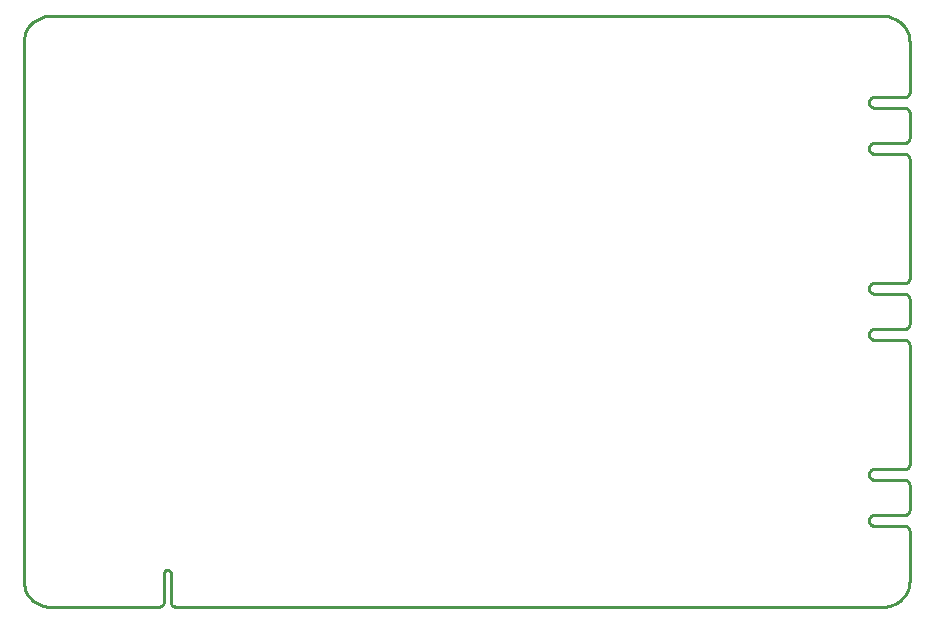
<source format=gko>
G04 EAGLE Gerber RS-274X export*
G75*
%MOMM*%
%FSLAX34Y34*%
%LPD*%
%INBoard Outline*%
%IPPOS*%
%AMOC8*
5,1,8,0,0,1.08239X$1,22.5*%
G01*
%ADD10C,0.254000*%


D10*
X0Y22000D02*
X84Y20083D01*
X334Y18180D01*
X750Y16306D01*
X1327Y14476D01*
X2061Y12702D01*
X2947Y11000D01*
X3979Y9381D01*
X5147Y7859D01*
X6444Y6444D01*
X7859Y5147D01*
X9381Y3979D01*
X11000Y2947D01*
X12702Y2061D01*
X14476Y1327D01*
X16306Y750D01*
X18180Y334D01*
X20083Y84D01*
X22000Y0D01*
X114500Y0D01*
X114849Y15D01*
X115195Y61D01*
X115535Y136D01*
X115868Y241D01*
X116191Y375D01*
X116500Y536D01*
X116794Y723D01*
X117071Y936D01*
X117328Y1172D01*
X117564Y1429D01*
X117777Y1706D01*
X117964Y2000D01*
X118125Y2310D01*
X118259Y2632D01*
X118364Y2965D01*
X118439Y3305D01*
X118485Y3651D01*
X118500Y4000D01*
X118500Y28000D01*
X118511Y28261D01*
X118546Y28521D01*
X118602Y28776D01*
X118681Y29026D01*
X118781Y29268D01*
X118902Y29500D01*
X119043Y29721D01*
X119202Y29928D01*
X119379Y30121D01*
X119572Y30298D01*
X119779Y30457D01*
X120000Y30598D01*
X120232Y30719D01*
X120474Y30819D01*
X120724Y30898D01*
X120979Y30954D01*
X121239Y30989D01*
X121500Y31000D01*
X121761Y30989D01*
X122021Y30954D01*
X122276Y30898D01*
X122526Y30819D01*
X122768Y30719D01*
X123000Y30598D01*
X123221Y30457D01*
X123428Y30298D01*
X123621Y30121D01*
X123798Y29928D01*
X123957Y29721D01*
X124098Y29500D01*
X124219Y29268D01*
X124319Y29026D01*
X124398Y28776D01*
X124454Y28521D01*
X124489Y28261D01*
X124500Y28000D01*
X124500Y4000D01*
X124515Y3651D01*
X124561Y3305D01*
X124636Y2965D01*
X124741Y2632D01*
X124875Y2310D01*
X125036Y2000D01*
X125223Y1706D01*
X125436Y1429D01*
X125672Y1172D01*
X125929Y936D01*
X126206Y723D01*
X126500Y536D01*
X126810Y375D01*
X127132Y241D01*
X127465Y136D01*
X127805Y61D01*
X128151Y15D01*
X128500Y0D01*
X728000Y0D01*
X729917Y84D01*
X731820Y334D01*
X733694Y750D01*
X735524Y1327D01*
X737298Y2061D01*
X739000Y2947D01*
X740619Y3979D01*
X742141Y5147D01*
X743556Y6444D01*
X744853Y7859D01*
X746021Y9381D01*
X747053Y11000D01*
X747939Y12702D01*
X748673Y14476D01*
X749250Y16306D01*
X749666Y18180D01*
X749916Y20083D01*
X750000Y22000D01*
X750000Y64000D01*
X749983Y64392D01*
X749932Y64781D01*
X749847Y65165D01*
X749729Y65539D01*
X749578Y65902D01*
X749397Y66250D01*
X749186Y66581D01*
X748947Y66893D01*
X748682Y67182D01*
X748393Y67447D01*
X748081Y67686D01*
X747750Y67897D01*
X747402Y68078D01*
X747039Y68229D01*
X746665Y68347D01*
X746281Y68432D01*
X745892Y68483D01*
X745500Y68500D01*
X720000Y68500D01*
X719608Y68517D01*
X719219Y68568D01*
X718835Y68653D01*
X718461Y68771D01*
X718098Y68922D01*
X717750Y69103D01*
X717419Y69314D01*
X717107Y69553D01*
X716818Y69818D01*
X716553Y70107D01*
X716314Y70419D01*
X716103Y70750D01*
X715922Y71098D01*
X715771Y71461D01*
X715653Y71835D01*
X715568Y72219D01*
X715517Y72608D01*
X715500Y73000D01*
X715517Y73392D01*
X715568Y73781D01*
X715653Y74165D01*
X715771Y74539D01*
X715922Y74902D01*
X716103Y75250D01*
X716314Y75581D01*
X716553Y75893D01*
X716818Y76182D01*
X717107Y76447D01*
X717419Y76686D01*
X717750Y76897D01*
X718098Y77078D01*
X718461Y77229D01*
X718835Y77347D01*
X719219Y77432D01*
X719608Y77483D01*
X720000Y77500D01*
X745500Y77500D01*
X745892Y77517D01*
X746281Y77568D01*
X746665Y77653D01*
X747039Y77771D01*
X747402Y77922D01*
X747750Y78103D01*
X748081Y78314D01*
X748393Y78553D01*
X748682Y78818D01*
X748947Y79107D01*
X749186Y79419D01*
X749397Y79750D01*
X749578Y80098D01*
X749729Y80461D01*
X749847Y80835D01*
X749932Y81219D01*
X749983Y81608D01*
X750000Y82000D01*
X750000Y103000D01*
X749983Y103392D01*
X749932Y103781D01*
X749847Y104165D01*
X749729Y104539D01*
X749578Y104902D01*
X749397Y105250D01*
X749186Y105581D01*
X748947Y105893D01*
X748682Y106182D01*
X748393Y106447D01*
X748081Y106686D01*
X747750Y106897D01*
X747402Y107078D01*
X747039Y107229D01*
X746665Y107347D01*
X746281Y107432D01*
X745892Y107483D01*
X745500Y107500D01*
X720000Y107500D01*
X719608Y107517D01*
X719219Y107568D01*
X718835Y107653D01*
X718461Y107771D01*
X718098Y107922D01*
X717750Y108103D01*
X717419Y108314D01*
X717107Y108553D01*
X716818Y108818D01*
X716553Y109107D01*
X716314Y109419D01*
X716103Y109750D01*
X715922Y110098D01*
X715771Y110461D01*
X715653Y110835D01*
X715568Y111219D01*
X715517Y111608D01*
X715500Y112000D01*
X715517Y112392D01*
X715568Y112781D01*
X715653Y113165D01*
X715771Y113539D01*
X715922Y113902D01*
X716103Y114250D01*
X716314Y114581D01*
X716553Y114893D01*
X716818Y115182D01*
X717107Y115447D01*
X717419Y115686D01*
X717750Y115897D01*
X718098Y116078D01*
X718461Y116229D01*
X718835Y116347D01*
X719219Y116432D01*
X719608Y116483D01*
X720000Y116500D01*
X745500Y116500D01*
X745851Y116472D01*
X746202Y116474D01*
X746552Y116507D01*
X746898Y116570D01*
X747237Y116663D01*
X747567Y116786D01*
X747885Y116937D01*
X748188Y117114D01*
X748475Y117318D01*
X748743Y117546D01*
X748990Y117796D01*
X749214Y118067D01*
X749414Y118356D01*
X749588Y118662D01*
X749734Y118982D01*
X749852Y119313D01*
X749941Y119653D01*
X750000Y120000D01*
X750000Y221500D01*
X749983Y221892D01*
X749932Y222281D01*
X749847Y222665D01*
X749729Y223039D01*
X749578Y223402D01*
X749397Y223750D01*
X749186Y224081D01*
X748947Y224393D01*
X748682Y224682D01*
X748393Y224947D01*
X748081Y225186D01*
X747750Y225397D01*
X747402Y225578D01*
X747039Y225729D01*
X746665Y225847D01*
X746281Y225932D01*
X745892Y225983D01*
X745500Y226000D01*
X720000Y226000D01*
X719608Y226017D01*
X719219Y226068D01*
X718835Y226153D01*
X718461Y226271D01*
X718098Y226422D01*
X717750Y226603D01*
X717419Y226814D01*
X717107Y227053D01*
X716818Y227318D01*
X716553Y227607D01*
X716314Y227919D01*
X716103Y228250D01*
X715922Y228598D01*
X715771Y228961D01*
X715653Y229335D01*
X715568Y229719D01*
X715517Y230108D01*
X715500Y230500D01*
X715517Y230892D01*
X715568Y231281D01*
X715653Y231665D01*
X715771Y232039D01*
X715922Y232402D01*
X716103Y232750D01*
X716314Y233081D01*
X716553Y233393D01*
X716818Y233682D01*
X717107Y233947D01*
X717419Y234186D01*
X717750Y234397D01*
X718098Y234578D01*
X718461Y234729D01*
X718835Y234847D01*
X719219Y234932D01*
X719608Y234983D01*
X720000Y235000D01*
X745500Y235000D01*
X745892Y235017D01*
X746281Y235068D01*
X746665Y235153D01*
X747039Y235271D01*
X747402Y235422D01*
X747750Y235603D01*
X748081Y235814D01*
X748393Y236053D01*
X748682Y236318D01*
X748947Y236607D01*
X749186Y236919D01*
X749397Y237250D01*
X749578Y237598D01*
X749729Y237961D01*
X749847Y238335D01*
X749932Y238719D01*
X749983Y239108D01*
X750000Y239500D01*
X750000Y260500D01*
X749983Y260892D01*
X749932Y261281D01*
X749847Y261665D01*
X749729Y262039D01*
X749578Y262402D01*
X749397Y262750D01*
X749186Y263081D01*
X748947Y263393D01*
X748682Y263682D01*
X748393Y263947D01*
X748081Y264186D01*
X747750Y264397D01*
X747402Y264578D01*
X747039Y264729D01*
X746665Y264847D01*
X746281Y264932D01*
X745892Y264983D01*
X745500Y265000D01*
X720000Y265000D01*
X719608Y265017D01*
X719219Y265068D01*
X718835Y265153D01*
X718461Y265271D01*
X718098Y265422D01*
X717750Y265603D01*
X717419Y265814D01*
X717107Y266053D01*
X716818Y266318D01*
X716553Y266607D01*
X716314Y266919D01*
X716103Y267250D01*
X715922Y267598D01*
X715771Y267961D01*
X715653Y268335D01*
X715568Y268719D01*
X715517Y269108D01*
X715500Y269500D01*
X715517Y269892D01*
X715568Y270281D01*
X715653Y270665D01*
X715771Y271039D01*
X715922Y271402D01*
X716103Y271750D01*
X716314Y272081D01*
X716553Y272393D01*
X716818Y272682D01*
X717107Y272947D01*
X717419Y273186D01*
X717750Y273397D01*
X718098Y273578D01*
X718461Y273729D01*
X718835Y273847D01*
X719219Y273932D01*
X719608Y273983D01*
X720000Y274000D01*
X745500Y274000D01*
X745851Y273972D01*
X746202Y273974D01*
X746552Y274007D01*
X746898Y274070D01*
X747237Y274163D01*
X747567Y274286D01*
X747885Y274437D01*
X748188Y274614D01*
X748475Y274818D01*
X748743Y275046D01*
X748990Y275296D01*
X749214Y275567D01*
X749414Y275856D01*
X749588Y276162D01*
X749734Y276482D01*
X749852Y276813D01*
X749941Y277153D01*
X750000Y277500D01*
X750000Y379000D01*
X749983Y379392D01*
X749932Y379781D01*
X749847Y380165D01*
X749729Y380539D01*
X749578Y380902D01*
X749397Y381250D01*
X749186Y381581D01*
X748947Y381893D01*
X748682Y382182D01*
X748393Y382447D01*
X748081Y382686D01*
X747750Y382897D01*
X747402Y383078D01*
X747039Y383229D01*
X746665Y383347D01*
X746281Y383432D01*
X745892Y383483D01*
X745500Y383500D01*
X720000Y383500D01*
X719608Y383517D01*
X719219Y383568D01*
X718835Y383653D01*
X718461Y383771D01*
X718098Y383922D01*
X717750Y384103D01*
X717419Y384314D01*
X717107Y384553D01*
X716818Y384818D01*
X716553Y385107D01*
X716314Y385419D01*
X716103Y385750D01*
X715922Y386098D01*
X715771Y386461D01*
X715653Y386835D01*
X715568Y387219D01*
X715517Y387608D01*
X715500Y388000D01*
X715517Y388392D01*
X715568Y388781D01*
X715653Y389165D01*
X715771Y389539D01*
X715922Y389902D01*
X716103Y390250D01*
X716314Y390581D01*
X716553Y390893D01*
X716818Y391182D01*
X717107Y391447D01*
X717419Y391686D01*
X717750Y391897D01*
X718098Y392078D01*
X718461Y392229D01*
X718835Y392347D01*
X719219Y392432D01*
X719608Y392483D01*
X720000Y392500D01*
X745500Y392500D01*
X745892Y392517D01*
X746281Y392568D01*
X746665Y392653D01*
X747039Y392771D01*
X747402Y392922D01*
X747750Y393103D01*
X748081Y393314D01*
X748393Y393553D01*
X748682Y393818D01*
X748947Y394107D01*
X749186Y394419D01*
X749397Y394750D01*
X749578Y395098D01*
X749729Y395461D01*
X749847Y395835D01*
X749932Y396219D01*
X749983Y396608D01*
X750000Y397000D01*
X750000Y418000D01*
X749983Y418392D01*
X749932Y418781D01*
X749847Y419165D01*
X749729Y419539D01*
X749578Y419902D01*
X749397Y420250D01*
X749186Y420581D01*
X748947Y420893D01*
X748682Y421182D01*
X748393Y421447D01*
X748081Y421686D01*
X747750Y421897D01*
X747402Y422078D01*
X747039Y422229D01*
X746665Y422347D01*
X746281Y422432D01*
X745892Y422483D01*
X745500Y422500D01*
X720000Y422500D01*
X719608Y422517D01*
X719219Y422568D01*
X718835Y422653D01*
X718461Y422771D01*
X718098Y422922D01*
X717750Y423103D01*
X717419Y423314D01*
X717107Y423553D01*
X716818Y423818D01*
X716553Y424107D01*
X716314Y424419D01*
X716103Y424750D01*
X715922Y425098D01*
X715771Y425461D01*
X715653Y425835D01*
X715568Y426219D01*
X715517Y426608D01*
X715500Y427000D01*
X715517Y427392D01*
X715568Y427781D01*
X715653Y428165D01*
X715771Y428539D01*
X715922Y428902D01*
X716103Y429250D01*
X716314Y429581D01*
X716553Y429893D01*
X716818Y430182D01*
X717107Y430447D01*
X717419Y430686D01*
X717750Y430897D01*
X718098Y431078D01*
X718461Y431229D01*
X718835Y431347D01*
X719219Y431432D01*
X719608Y431483D01*
X720000Y431500D01*
X745500Y431500D01*
X745851Y431472D01*
X746202Y431474D01*
X746552Y431507D01*
X746898Y431570D01*
X747237Y431663D01*
X747567Y431786D01*
X747885Y431937D01*
X748188Y432114D01*
X748475Y432318D01*
X748743Y432546D01*
X748990Y432796D01*
X749214Y433067D01*
X749414Y433356D01*
X749588Y433662D01*
X749734Y433982D01*
X749852Y434313D01*
X749941Y434653D01*
X750000Y435000D01*
X750000Y478000D01*
X749916Y479917D01*
X749666Y481820D01*
X749250Y483694D01*
X748673Y485524D01*
X747939Y487298D01*
X747053Y489000D01*
X746021Y490619D01*
X744853Y492141D01*
X743556Y493556D01*
X742141Y494853D01*
X740619Y496021D01*
X739000Y497053D01*
X737298Y497939D01*
X735524Y498673D01*
X733694Y499250D01*
X731820Y499666D01*
X729917Y499916D01*
X728000Y500000D01*
X22000Y500000D01*
X20083Y499916D01*
X18180Y499666D01*
X16306Y499250D01*
X14476Y498673D01*
X12702Y497939D01*
X11000Y497053D01*
X9381Y496021D01*
X7859Y494853D01*
X6444Y493556D01*
X5147Y492141D01*
X3979Y490619D01*
X2947Y489000D01*
X2061Y487298D01*
X1327Y485524D01*
X750Y483694D01*
X334Y481820D01*
X84Y479917D01*
X0Y478000D01*
X0Y22000D01*
M02*

</source>
